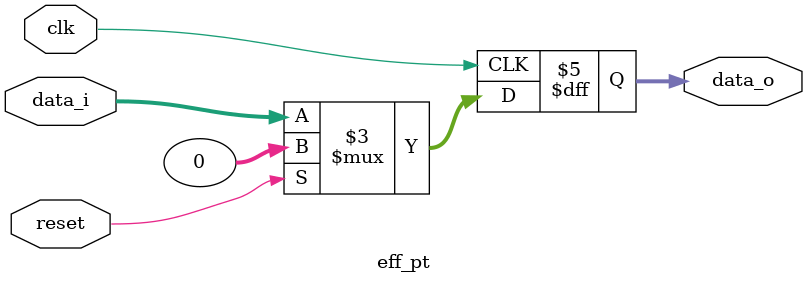
<source format=sv>

module eff_pt #(parameter DATA_WIDTH = 32) (
	input clk,
	input reset,
	input [DATA_WIDTH-1 : 0] data_i,
	output logic [DATA_WIDTH-1 : 0] data_o
);
	always_ff @(posedge clk) begin
    
	if (reset) begin
	
	data_o <= '0;
	
	end else begin
			
			data_o <= data_i;
	
	end
	
	end

endmodule

</source>
